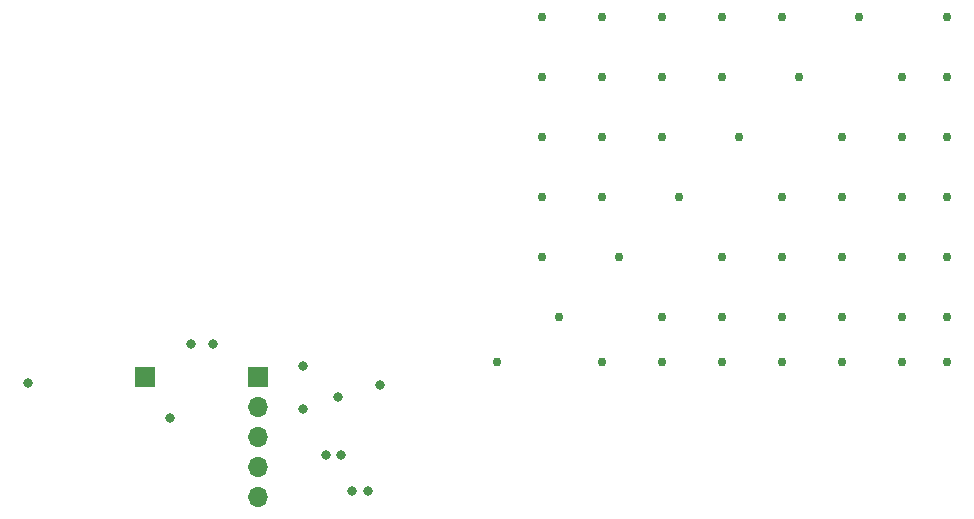
<source format=gbr>
G04 #@! TF.GenerationSoftware,KiCad,Pcbnew,(5.1.5-0-10_14)*
G04 #@! TF.CreationDate,2020-05-09T18:17:43-06:00*
G04 #@! TF.ProjectId,business_card_v1,62757369-6e65-4737-935f-636172645f76,rev?*
G04 #@! TF.SameCoordinates,Original*
G04 #@! TF.FileFunction,Copper,L10,Inr*
G04 #@! TF.FilePolarity,Positive*
%FSLAX46Y46*%
G04 Gerber Fmt 4.6, Leading zero omitted, Abs format (unit mm)*
G04 Created by KiCad (PCBNEW (5.1.5-0-10_14)) date 2020-05-09 18:17:43*
%MOMM*%
%LPD*%
G04 APERTURE LIST*
%ADD10R,1.700000X1.700000*%
%ADD11O,1.700000X1.700000*%
%ADD12C,0.800000*%
%ADD13C,0.756400*%
G04 APERTURE END LIST*
D10*
X122504200Y-116522500D03*
D11*
X132080000Y-126682500D03*
X132080000Y-124142500D03*
X132080000Y-121602500D03*
X132080000Y-119062500D03*
D10*
X132080000Y-116522500D03*
D12*
X142405000Y-117246500D03*
X126365000Y-113728500D03*
X128270000Y-113728500D03*
X135890000Y-115633500D03*
X139065000Y-123126500D03*
X124587000Y-120015000D03*
X112585500Y-117030500D03*
D13*
X152261100Y-115263600D03*
X190361100Y-115263600D03*
X161151100Y-115263600D03*
X166231100Y-115263600D03*
X171311100Y-115263600D03*
X176391100Y-115263600D03*
X181471100Y-115263600D03*
X186551100Y-115263600D03*
X190361100Y-111453600D03*
X157561100Y-111453600D03*
X166231100Y-111453600D03*
X171311100Y-111453600D03*
X176391100Y-111453600D03*
X181471100Y-111453600D03*
X186551100Y-111453600D03*
X156071100Y-106373600D03*
X190361100Y-106373600D03*
X171311100Y-106373600D03*
X176391100Y-106373600D03*
X181471100Y-106373600D03*
X186551100Y-106373600D03*
X162641100Y-106373600D03*
X156071100Y-101293600D03*
X190361100Y-101293600D03*
X186551100Y-101293600D03*
X181471100Y-101293600D03*
X176391100Y-101293600D03*
X161151100Y-101293600D03*
X167721100Y-101293600D03*
X156071100Y-96213600D03*
X190361100Y-96213600D03*
X186551100Y-96213600D03*
X181471100Y-96213600D03*
X166231100Y-96213600D03*
X172801100Y-96213600D03*
X161151100Y-96213600D03*
X156071100Y-91133600D03*
X190361100Y-91133600D03*
X186551100Y-91133600D03*
X161151100Y-91133600D03*
X166231100Y-91133600D03*
X171311100Y-91133600D03*
X177881100Y-91133600D03*
X156071100Y-86053600D03*
X190361100Y-86053600D03*
X161151100Y-86053600D03*
X166231100Y-86053600D03*
X171311100Y-86053600D03*
X176391100Y-86053600D03*
X182961100Y-86053600D03*
D12*
X137795000Y-123126500D03*
X138849000Y-118262500D03*
X140017500Y-126238000D03*
X135890000Y-119253000D03*
X141351000Y-126238000D03*
M02*

</source>
